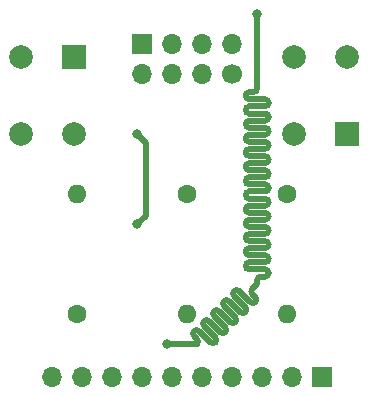
<source format=gbr>
%TF.GenerationSoftware,KiCad,Pcbnew,6.0.4-6f826c9f35~116~ubuntu21.10.1*%
%TF.CreationDate,2022-06-30T17:00:36-06:00*%
%TF.ProjectId,Flipper_DeAuther_2,466c6970-7065-4725-9f44-654175746865,rev?*%
%TF.SameCoordinates,Original*%
%TF.FileFunction,Copper,L1,Top*%
%TF.FilePolarity,Positive*%
%FSLAX46Y46*%
G04 Gerber Fmt 4.6, Leading zero omitted, Abs format (unit mm)*
G04 Created by KiCad (PCBNEW 6.0.4-6f826c9f35~116~ubuntu21.10.1) date 2022-06-30 17:00:36*
%MOMM*%
%LPD*%
G01*
G04 APERTURE LIST*
%TA.AperFunction,ComponentPad*%
%ADD10C,2.000000*%
%TD*%
%TA.AperFunction,ComponentPad*%
%ADD11R,2.000000X2.000000*%
%TD*%
%TA.AperFunction,ComponentPad*%
%ADD12C,1.600000*%
%TD*%
%TA.AperFunction,ComponentPad*%
%ADD13O,1.600000X1.600000*%
%TD*%
%TA.AperFunction,ComponentPad*%
%ADD14C,1.700000*%
%TD*%
%TA.AperFunction,ComponentPad*%
%ADD15O,1.700000X1.700000*%
%TD*%
%TA.AperFunction,ComponentPad*%
%ADD16R,1.700000X1.700000*%
%TD*%
%TA.AperFunction,ViaPad*%
%ADD17C,0.800000*%
%TD*%
%TA.AperFunction,Conductor*%
%ADD18C,0.500000*%
%TD*%
G04 APERTURE END LIST*
D10*
%TO.P,Flash_SW1,1*%
%TO.N,/F2R*%
X129830000Y-88898800D03*
%TO.P,Flash_SW1,2*%
%TO.N,/E2F_Flash*%
X129830000Y-82398800D03*
%TO.P,Flash_SW1,3*%
%TO.N,unconnected-(Flash_SW1-Pad3)*%
X134330000Y-88898800D03*
D11*
%TO.P,Flash_SW1,4*%
%TO.N,/GND*%
X134330000Y-82398800D03*
%TD*%
D10*
%TO.P,Reset_SW1,1*%
%TO.N,/E2R_Reset*%
X152980000Y-88898800D03*
%TO.P,Reset_SW1,2*%
%TO.N,Net-(Reset_R1-Pad1)*%
X152980000Y-82398800D03*
D11*
%TO.P,Reset_SW1,3*%
%TO.N,/GND*%
X157480000Y-88898800D03*
D10*
%TO.P,Reset_SW1,4*%
%TO.N,unconnected-(Reset_SW1-Pad4)*%
X157480000Y-82398800D03*
%TD*%
D12*
%TO.P,CH_EN_R1,1*%
%TO.N,/E2R_CH_EN*%
X143946807Y-93980000D03*
D13*
%TO.P,CH_EN_R1,2*%
%TO.N,/+3.3V*%
X143946807Y-104140000D03*
%TD*%
D12*
%TO.P,Flash_R1,1*%
%TO.N,/+3.3V*%
X134620000Y-104140000D03*
D13*
%TO.P,Flash_R1,2*%
%TO.N,/F2R*%
X134620000Y-93980000D03*
%TD*%
D14*
%TO.P,ESP-01,1,Pin_1*%
%TO.N,/+3.3V*%
X147741807Y-83820000D03*
D15*
%TO.P,ESP-01,2,Pin_2*%
%TO.N,/F2E_TX2RX*%
X147741807Y-81280000D03*
%TO.P,ESP-01,3,Pin_3*%
%TO.N,/E2R_Reset*%
X145201807Y-83820000D03*
%TO.P,ESP-01,4,Pin_4*%
%TO.N,/E2F_Flash*%
X145201807Y-81280000D03*
%TO.P,ESP-01,5,Pin_5*%
%TO.N,/E2R_CH_EN*%
X142661807Y-83820000D03*
%TO.P,ESP-01,6,Pin_6*%
%TO.N,unconnected-(ESP8266-Pad6)*%
X142661807Y-81280000D03*
%TO.P,ESP-01,7,Pin_7*%
%TO.N,/F2E_RX2TX*%
X140121807Y-83820000D03*
D16*
%TO.P,ESP-01,8,Pin_8*%
%TO.N,/GND*%
X140121807Y-81280000D03*
%TD*%
%TO.P,Flipper_GPIO1,1,Pin_1*%
%TO.N,/GND*%
X155371807Y-109416999D03*
D15*
%TO.P,Flipper_GPIO1,2,Pin_2*%
%TO.N,unconnected-(Flipper_GPIO1-Pad2)*%
X152831807Y-109416999D03*
%TO.P,Flipper_GPIO1,3,Pin_3*%
%TO.N,unconnected-(Flipper_GPIO1-Pad3)*%
X150291807Y-109416999D03*
%TO.P,Flipper_GPIO1,4,Pin_4*%
%TO.N,unconnected-(Flipper_GPIO1-Pad4)*%
X147751807Y-109416999D03*
%TO.P,Flipper_GPIO1,5,Pin_5*%
%TO.N,/F2E_RX2TX*%
X145211807Y-109416999D03*
%TO.P,Flipper_GPIO1,6,Pin_6*%
%TO.N,/F2E_TX2RX*%
X142671807Y-109416999D03*
%TO.P,Flipper_GPIO1,7,Pin_7*%
%TO.N,unconnected-(Flipper_GPIO1-Pad7)*%
X140131807Y-109416999D03*
%TO.P,Flipper_GPIO1,8,Pin_8*%
%TO.N,unconnected-(Flipper_GPIO1-Pad8)*%
X137591807Y-109416999D03*
%TO.P,Flipper_GPIO1,9,Pin_9*%
%TO.N,unconnected-(Flipper_GPIO1-Pad9)*%
X135051807Y-109416999D03*
%TO.P,Flipper_GPIO1,10,Pin_10*%
%TO.N,/+3.3V*%
X132511807Y-109416999D03*
%TD*%
D12*
%TO.P,Reset_R1,1*%
%TO.N,Net-(Reset_R1-Pad1)*%
X152400000Y-93980000D03*
D13*
%TO.P,Reset_R1,2*%
%TO.N,/+3.3V*%
X152400000Y-104140000D03*
%TD*%
D17*
%TO.N,/F2E_RX2TX*%
X139700000Y-96520000D03*
X139700000Y-88900000D03*
%TO.N,/F2E_TX2RX*%
X149860000Y-78740000D03*
X142240000Y-106680000D03*
%TD*%
D18*
%TO.N,/F2E_RX2TX*%
X140424511Y-95795489D02*
X140424511Y-89624511D01*
X140424511Y-89624511D02*
X139700000Y-88900000D01*
X139700000Y-96520000D02*
X140424511Y-95795489D01*
%TO.N,/F2E_TX2RX*%
X150542913Y-87150000D02*
X149860000Y-87150000D01*
X149177087Y-85350000D02*
X149560000Y-85350000D01*
X149860000Y-96750000D02*
X149177087Y-96750000D01*
X149860000Y-94350000D02*
X149177087Y-94350000D01*
X144933506Y-105560711D02*
X145899290Y-106526494D01*
X149177087Y-99750000D02*
X149860000Y-99750000D01*
X149860000Y-101600000D02*
X149860000Y-101250000D01*
X150542913Y-97950000D02*
X149860000Y-97950000D01*
X148327630Y-102166587D02*
X149293414Y-103132370D01*
X149860000Y-90150000D02*
X150542913Y-90150000D01*
X148327630Y-102166588D02*
X148327630Y-102166587D01*
X145782037Y-104712180D02*
X146747821Y-105677963D01*
X149860000Y-93150000D02*
X149177087Y-93150000D01*
X150542913Y-96750000D02*
X149860000Y-96750000D01*
X149177087Y-94950000D02*
X149860000Y-94950000D01*
X150542913Y-85950000D02*
X149860000Y-85950000D01*
X149860000Y-87150000D02*
X149177087Y-87150000D01*
X149860000Y-89550000D02*
X149177087Y-89550000D01*
X147172085Y-105253698D02*
X146206302Y-104287914D01*
X147479099Y-103015119D02*
X147479099Y-103015118D01*
X149177087Y-96150000D02*
X149860000Y-96150000D01*
X149860000Y-88950000D02*
X150542913Y-88950000D01*
X148020616Y-104405166D02*
X148020616Y-104405167D01*
X149860000Y-88350000D02*
X149177087Y-88350000D01*
X149860000Y-98550000D02*
X150542913Y-98550000D01*
X150542913Y-100350000D02*
X150160000Y-100350000D01*
X149177087Y-91350000D02*
X149860000Y-91350000D01*
X150542913Y-93150000D02*
X149860000Y-93150000D01*
X149177087Y-98550000D02*
X149860000Y-98550000D01*
X148869147Y-103556635D02*
X148869147Y-103556636D01*
X150542913Y-99150000D02*
X149860000Y-99150000D01*
X149860000Y-97350000D02*
X150542913Y-97350000D01*
X146630568Y-103863649D02*
X147596352Y-104829432D01*
X148020616Y-104405167D02*
X147054833Y-103439383D01*
X149177087Y-90150000D02*
X149860000Y-90150000D01*
X149860000Y-94950000D02*
X150542913Y-94950000D01*
X149860000Y-91350000D02*
X150542913Y-91350000D01*
X147172085Y-105253697D02*
X147172085Y-105253698D01*
X149860000Y-92550000D02*
X150542913Y-92550000D01*
X149860000Y-90750000D02*
X149177087Y-90750000D01*
X149177087Y-88950000D02*
X149860000Y-88950000D01*
X149177087Y-92550000D02*
X149860000Y-92550000D01*
X150542913Y-95550000D02*
X149860000Y-95550000D01*
X150542913Y-91950000D02*
X149860000Y-91950000D01*
X146323554Y-106102228D02*
X146323554Y-106102229D01*
X149860000Y-84383583D02*
X149860000Y-78740000D01*
X146323554Y-106102229D02*
X145357771Y-105136445D01*
X149860000Y-97950000D02*
X149177087Y-97950000D01*
X150542913Y-89550000D02*
X149860000Y-89550000D01*
X149860000Y-96150000D02*
X150542913Y-96150000D01*
X149860000Y-86550000D02*
X150542913Y-86550000D01*
X150542913Y-90750000D02*
X149860000Y-90750000D01*
X150542913Y-88350000D02*
X149860000Y-88350000D01*
X149446917Y-102013080D02*
X149860000Y-101600000D01*
X145782037Y-104712181D02*
X145782037Y-104712180D01*
X149177087Y-93750000D02*
X149860000Y-93750000D01*
X149860000Y-99150000D02*
X149177087Y-99150000D01*
X146630568Y-103863650D02*
X146630568Y-103863649D01*
X144780000Y-106255736D02*
X144509240Y-105984976D01*
X144933506Y-105560712D02*
X144933506Y-105560711D01*
X149717678Y-102708104D02*
X149717678Y-102708105D01*
X149860000Y-87750000D02*
X150542913Y-87750000D01*
X149177087Y-97350000D02*
X149860000Y-97350000D01*
X149177087Y-87750000D02*
X149860000Y-87750000D01*
X148869147Y-103556636D02*
X147903364Y-102590852D01*
X149860000Y-85050000D02*
X149860000Y-84383583D01*
X149177087Y-86550000D02*
X149860000Y-86550000D01*
X149860000Y-85950000D02*
X149177087Y-85950000D01*
X149717678Y-102708105D02*
X149446917Y-102437344D01*
X149860000Y-95550000D02*
X149177087Y-95550000D01*
X142240000Y-106680000D02*
X144780000Y-106680000D01*
X150160000Y-100950000D02*
X150542913Y-100950000D01*
X150542913Y-94350000D02*
X149860000Y-94350000D01*
X150160000Y-100350000D02*
X149177087Y-100350000D01*
X149860000Y-99750000D02*
X150542913Y-99750000D01*
X147479099Y-103015118D02*
X148444883Y-103980901D01*
X149860000Y-91950000D02*
X149177087Y-91950000D01*
X149860000Y-93750000D02*
X150542913Y-93750000D01*
X147903345Y-102166569D02*
G75*
G03*
X147903365Y-102590851I212155J-212131D01*
G01*
X150842900Y-98250000D02*
G75*
G02*
X150542913Y-98550000I-300000J0D01*
G01*
X150842900Y-94650000D02*
G75*
G02*
X150542913Y-94950000I-300000J0D01*
G01*
X150842900Y-92250000D02*
G75*
G02*
X150542913Y-92550000I-300000J0D01*
G01*
X148877100Y-91650000D02*
G75*
G03*
X149177087Y-91950000I300000J0D01*
G01*
X149177087Y-91349987D02*
G75*
G03*
X148877087Y-91650000I13J-300013D01*
G01*
X148877100Y-100050000D02*
G75*
G03*
X149177087Y-100350000I300000J0D01*
G01*
X146630567Y-103863651D02*
G75*
G03*
X146206303Y-103863651I-212132J-212130D01*
G01*
X150542913Y-95549987D02*
G75*
G02*
X150842913Y-95850000I-13J-300013D01*
G01*
X150542913Y-88349987D02*
G75*
G02*
X150842913Y-88650000I-13J-300013D01*
G01*
X150542913Y-97949987D02*
G75*
G02*
X150842913Y-98250000I-13J-300013D01*
G01*
X149177087Y-92549987D02*
G75*
G03*
X148877087Y-92850000I13J-300013D01*
G01*
X149177087Y-93749987D02*
G75*
G03*
X148877087Y-94050000I13J-300013D01*
G01*
X146323553Y-106526493D02*
G75*
G02*
X145899291Y-106526493I-212131J212131D01*
G01*
X146206320Y-103863668D02*
G75*
G03*
X146206302Y-104287914I212080J-212132D01*
G01*
X150542913Y-89549987D02*
G75*
G02*
X150842913Y-89850000I-13J-300013D01*
G01*
X148020615Y-104405167D02*
G75*
G02*
X148020616Y-104829432I-212115J-212133D01*
G01*
X145357758Y-104712168D02*
G75*
G03*
X145357771Y-105136445I212142J-212132D01*
G01*
X148877100Y-88050000D02*
G75*
G03*
X149177087Y-88350000I300000J0D01*
G01*
X149717677Y-103132369D02*
G75*
G02*
X149293415Y-103132369I-212131J212131D01*
G01*
X150842900Y-87450000D02*
G75*
G02*
X150542913Y-87750000I-300000J0D01*
G01*
X149177087Y-85349987D02*
G75*
G03*
X148877087Y-85650000I13J-300013D01*
G01*
X149446906Y-102013069D02*
G75*
G03*
X149446918Y-102437343I212094J-212131D01*
G01*
X147172084Y-105677962D02*
G75*
G02*
X146747822Y-105677962I-212131J212131D01*
G01*
X150542913Y-94349987D02*
G75*
G02*
X150842913Y-94650000I-13J-300013D01*
G01*
X148877100Y-97650000D02*
G75*
G03*
X149177087Y-97950000I300000J0D01*
G01*
X148020615Y-104829431D02*
G75*
G02*
X147596353Y-104829431I-212131J212131D01*
G01*
X148877100Y-94050000D02*
G75*
G03*
X149177087Y-94350000I300000J0D01*
G01*
X150542913Y-90749987D02*
G75*
G02*
X150842913Y-91050000I-13J-300013D01*
G01*
X148877100Y-89250000D02*
G75*
G03*
X149177087Y-89550000I300000J0D01*
G01*
X148877100Y-85650000D02*
G75*
G03*
X149177087Y-85950000I300000J0D01*
G01*
X148877100Y-98850000D02*
G75*
G03*
X149177087Y-99150000I300000J0D01*
G01*
X149177087Y-88949987D02*
G75*
G03*
X148877087Y-89250000I13J-300013D01*
G01*
X150842900Y-91050000D02*
G75*
G02*
X150542913Y-91350000I-300000J0D01*
G01*
X147172115Y-105253667D02*
G75*
G02*
X147172085Y-105677963I-212115J-212133D01*
G01*
X150542913Y-96749987D02*
G75*
G02*
X150842913Y-97050000I-13J-300013D01*
G01*
X145782036Y-104712182D02*
G75*
G03*
X145357772Y-104712182I-212132J-212130D01*
G01*
X149177087Y-90149987D02*
G75*
G03*
X148877087Y-90450000I13J-300013D01*
G01*
X150842900Y-99450000D02*
G75*
G02*
X150542913Y-99750000I-300000J0D01*
G01*
X148877100Y-90450000D02*
G75*
G03*
X149177087Y-90750000I300000J0D01*
G01*
X149717715Y-102708067D02*
G75*
G02*
X149717678Y-103132370I-212215J-212133D01*
G01*
X144933505Y-105560713D02*
G75*
G03*
X144509241Y-105560713I-212132J-212130D01*
G01*
X148877100Y-96450000D02*
G75*
G03*
X149177087Y-96750000I300000J0D01*
G01*
X149860000Y-85050000D02*
G75*
G02*
X149560000Y-85350000I-300000J0D01*
G01*
X149177087Y-96149987D02*
G75*
G03*
X148877087Y-96450000I13J-300013D01*
G01*
X144779968Y-106255768D02*
G75*
G02*
X144780000Y-106680000I-212068J-212132D01*
G01*
X148877100Y-92850000D02*
G75*
G03*
X149177087Y-93150000I300000J0D01*
G01*
X149177087Y-87749987D02*
G75*
G03*
X148877087Y-88050000I13J-300013D01*
G01*
X148327629Y-102166589D02*
G75*
G03*
X147903365Y-102166589I-212132J-212130D01*
G01*
X150842900Y-89850000D02*
G75*
G02*
X150542913Y-90150000I-300000J0D01*
G01*
X149177087Y-97349987D02*
G75*
G03*
X148877087Y-97650000I13J-300013D01*
G01*
X148869115Y-103556667D02*
G75*
G02*
X148869147Y-103980901I-212115J-212133D01*
G01*
X150542913Y-93149987D02*
G75*
G02*
X150842913Y-93450000I-13J-300013D01*
G01*
X148877100Y-86850000D02*
G75*
G03*
X149177087Y-87150000I300000J0D01*
G01*
X149177087Y-94949987D02*
G75*
G03*
X148877087Y-95250000I13J-300013D01*
G01*
X147479098Y-103015120D02*
G75*
G03*
X147054834Y-103015120I-212132J-212130D01*
G01*
X149177087Y-98549987D02*
G75*
G03*
X148877087Y-98850000I13J-300013D01*
G01*
X150542913Y-91949987D02*
G75*
G02*
X150842913Y-92250000I-13J-300013D01*
G01*
X150842900Y-93450000D02*
G75*
G02*
X150542913Y-93750000I-300000J0D01*
G01*
X149177087Y-86549987D02*
G75*
G03*
X148877087Y-86850000I13J-300013D01*
G01*
X150542913Y-85949987D02*
G75*
G02*
X150842913Y-86250000I-13J-300013D01*
G01*
X150842900Y-88650000D02*
G75*
G02*
X150542913Y-88950000I-300000J0D01*
G01*
X150542913Y-87149987D02*
G75*
G02*
X150842913Y-87450000I-13J-300013D01*
G01*
X150842900Y-86250000D02*
G75*
G02*
X150542913Y-86550000I-300000J0D01*
G01*
X150842900Y-95850000D02*
G75*
G02*
X150542913Y-96150000I-300000J0D01*
G01*
X150842900Y-97050000D02*
G75*
G02*
X150542913Y-97350000I-300000J0D01*
G01*
X148877100Y-95250000D02*
G75*
G03*
X149177087Y-95550000I300000J0D01*
G01*
X148869146Y-103980900D02*
G75*
G02*
X148444884Y-103980900I-212131J212131D01*
G01*
X150160000Y-100950000D02*
G75*
G03*
X149860000Y-101250000I0J-300000D01*
G01*
X150542913Y-99149987D02*
G75*
G02*
X150842913Y-99450000I-13J-300013D01*
G01*
X144509197Y-105560669D02*
G75*
G03*
X144509241Y-105984975I212203J-212131D01*
G01*
X147054882Y-103015168D02*
G75*
G03*
X147054833Y-103439383I212118J-212132D01*
G01*
X150842900Y-100650000D02*
G75*
G02*
X150542913Y-100950000I-300000J0D01*
G01*
X146323515Y-106102267D02*
G75*
G02*
X146323554Y-106526494I-212115J-212133D01*
G01*
X150542913Y-100349987D02*
G75*
G02*
X150842913Y-100650000I-13J-300013D01*
G01*
X149177087Y-99749987D02*
G75*
G03*
X148877087Y-100050000I13J-300013D01*
G01*
%TD*%
M02*

</source>
